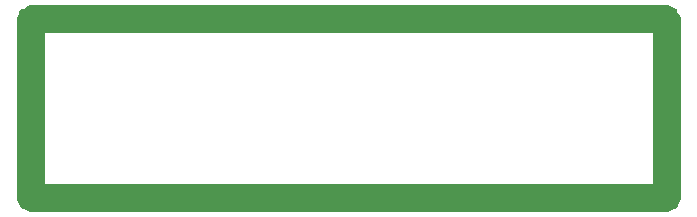
<source format=gko>
G04*
G04 #@! TF.GenerationSoftware,Altium Limited,Altium Designer,23.8.1 (32)*
G04*
G04 Layer_Color=16711935*
%FSLAX44Y44*%
%MOMM*%
G71*
G04*
G04 #@! TF.SameCoordinates,9B814528-EFA3-4082-B0EB-4300BE4F3D03*
G04*
G04*
G04 #@! TF.FilePolarity,Positive*
G04*
G01*
G75*
%ADD54C,1.2000*%
D54*
X799750Y1299210D02*
G03*
X793750Y1305210I-6000J0D01*
G01*
X799750Y1299210D02*
G03*
X793750Y1305210I-6000J0D01*
G01*
Y1142080D02*
G03*
X799750Y1148080I0J6000D01*
G01*
X793750Y1142080D02*
G03*
X799750Y1148080I0J6000D01*
G01*
X255270Y1305210D02*
G03*
X249270Y1299210I0J-6000D01*
G01*
X255270Y1305210D02*
G03*
X249270Y1299210I0J-6000D01*
G01*
Y1148080D02*
G03*
X255270Y1142080I6000J0D01*
G01*
X249270Y1148080D02*
G03*
X255270Y1142080I6000J0D01*
G01*
Y1148080D02*
X793750D01*
Y1299210D01*
X255270D02*
X793750D01*
X255270Y1148080D02*
Y1299210D01*
X261270Y1154080D02*
Y1293210D01*
X799750Y1148080D02*
Y1299210D01*
X787750Y1154080D02*
Y1293210D01*
X261270D02*
X787750D01*
X255270Y1305210D02*
X793750D01*
X261270Y1154080D02*
X787750D01*
X255270Y1142080D02*
X793750D01*
X249270Y1148080D02*
Y1299210D01*
M02*

</source>
